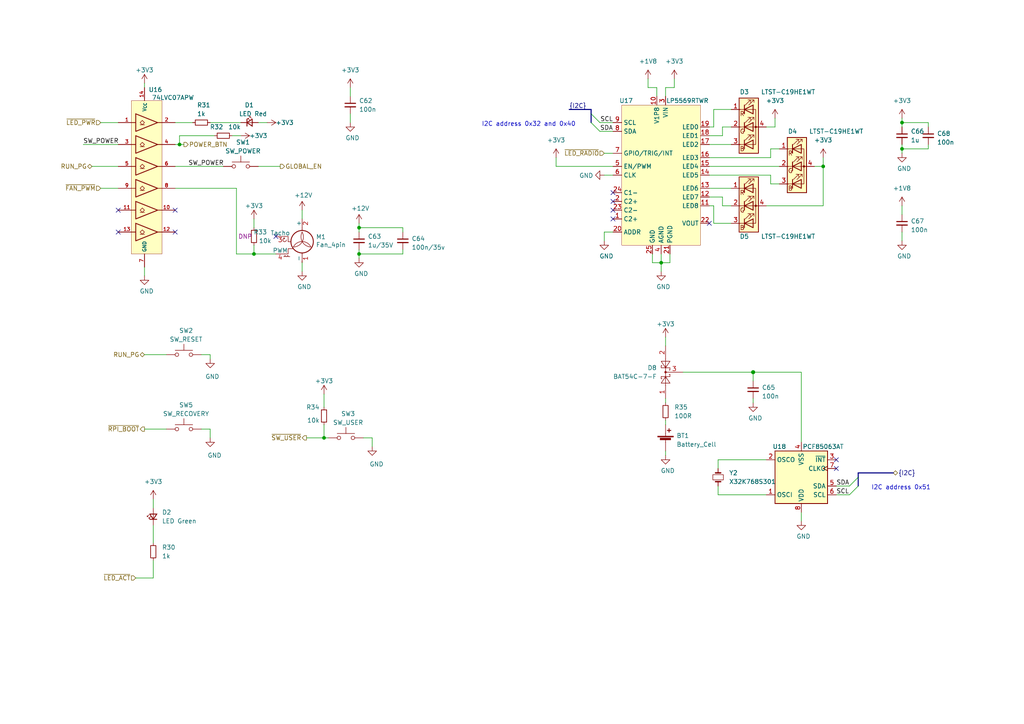
<source format=kicad_sch>
(kicad_sch (version 20210126) (generator eeschema)
  (paper "A4")
  (title_block (title "Front Panel/RTC") (date "2021-01-12") (rev "0.1") (company "Nabu Casa") (comment 1 "www.nabucasa.com") (comment 2 "Light Blue"))
  (lib_symbols
    (symbol "Device:Battery_Cell" (pin_numbers hide) (pin_names (offset 0) hide)
      (property "Reference" "BT" (at 2.54 2.54 0))
      (property "Value" "Battery_Cell" (at 2.54 0 0))
      (symbol "Battery_Cell_0_1"
        (rectangle (start -2.286 1.778) (end 2.286 1.524) (fill (type outline)))
        (rectangle (start -1.5748 1.1938) (end 1.4732 0.6858) (fill (type outline)))
        (polyline (pts (xy 0 0.762) (xy 0 0)))
        (polyline (pts (xy 0 1.778) (xy 0 2.54)))
        (polyline (pts (xy 0.508 3.429) (xy 1.524 3.429)) (stroke (width 0.254)))
        (polyline (pts (xy 1.016 3.937) (xy 1.016 2.921)) (stroke (width 0.254)))
      )
      (symbol "Battery_Cell_1_1"
        (pin passive line (at 0 5.08 270) (length 2.54) (name "+") (number "1"))
        (pin passive line (at 0 -2.54 90) (length 2.54) (name "-") (number "2"))
      )
    )
    (symbol "Device:C_Small" (pin_numbers hide) (pin_names (offset 0.254) hide)
      (property "Reference" "C" (at 0.254 1.778 0))
      (property "Value" "C_Small" (at 0.254 -2.032 0))
      (symbol "C_Small_0_1"
        (polyline (pts (xy -1.524 -0.508) (xy 1.524 -0.508)) (stroke (width 0.3302)))
        (polyline (pts (xy -1.524 0.508) (xy 1.524 0.508)) (stroke (width 0.3048)))
      )
      (symbol "C_Small_1_1"
        (pin passive line (at 0 2.54 270) (length 2.032) (name "~") (number "1"))
        (pin passive line (at 0 -2.54 90) (length 2.032) (name "~") (number "2"))
      )
    )
    (symbol "Device:Crystal_Small" (pin_numbers hide) (pin_names (offset 1.016) hide)
      (property "Reference" "Y" (at 0 2.54 0))
      (property "Value" "Crystal_Small" (at 0 -2.54 0))
      (symbol "Crystal_Small_0_1"
        (rectangle (start -0.762 -1.524) (end 0.762 1.524))
        (polyline (pts (xy -1.27 -0.762) (xy -1.27 0.762)) (stroke (width 0.381)))
        (polyline (pts (xy 1.27 -0.762) (xy 1.27 0.762)) (stroke (width 0.381)))
      )
      (symbol "Crystal_Small_1_1"
        (pin passive line (at -2.54 0 0) (length 1.27) (name "1") (number "1"))
        (pin passive line (at 2.54 0 180) (length 1.27) (name "2") (number "2"))
      )
    )
    (symbol "Device:LED_RGBA" (pin_names (offset 0) hide)
      (property "Reference" "D" (at 0 9.398 0))
      (property "Value" "LED_RGBA" (at 0 -8.89 0))
      (symbol "LED_RGBA_0_0"
        (text "B" (at -1.905 -6.35 0) (effects (font (size 1.27 1.27))))
        (text "G" (at -1.905 -1.27 0) (effects (font (size 1.27 1.27))))
        (text "R" (at -1.905 3.81 0) (effects (font (size 1.27 1.27))))
      )
      (symbol "LED_RGBA_0_1"
        (circle (center 2.032 0) (radius 0.254) (fill (type outline)))
        (rectangle (start 1.27 -1.27) (end 1.27 1.27))
        (rectangle (start 1.27 1.27) (end 1.27 1.27))
        (rectangle (start 1.27 3.81) (end 1.27 6.35))
        (rectangle (start 1.27 6.35) (end 1.27 6.35))
        (rectangle (start 2.794 8.382) (end -2.794 -7.62) (stroke (width 0.254)) (fill (type background)))
        (polyline (pts (xy -1.27 -5.08) (xy -2.54 -5.08)))
        (polyline (pts (xy -1.27 -5.08) (xy 1.27 -5.08)))
        (polyline (pts (xy -1.27 -3.81) (xy -1.27 -6.35)) (stroke (width 0.254)))
        (polyline (pts (xy -1.27 0) (xy -2.54 0)))
        (polyline (pts (xy -1.27 1.27) (xy -1.27 -1.27)) (stroke (width 0.254)))
        (polyline (pts (xy -1.27 5.08) (xy -2.54 5.08)))
        (polyline (pts (xy -1.27 5.08) (xy 1.27 5.08)))
        (polyline (pts (xy -1.27 6.35) (xy -1.27 3.81)) (stroke (width 0.254)))
        (polyline (pts (xy 1.27 0) (xy -1.27 0)))
        (polyline (pts (xy 1.27 0) (xy 2.54 0)))
        (polyline (pts (xy -1.27 1.27) (xy -1.27 -1.27) (xy -1.27 -1.27)))
        (polyline (pts (xy -1.27 6.35) (xy -1.27 3.81) (xy -1.27 3.81)))
        (polyline (pts (xy 1.27 -5.08) (xy 2.032 -5.08) (xy 2.032 5.08) (xy 1.27 5.08)))
        (polyline (pts (xy 1.27 -3.81) (xy 1.27 -6.35) (xy -1.27 -5.08) (xy 1.27 -3.81)) (stroke (width 0.254)))
        (polyline (pts (xy 1.27 1.27) (xy 1.27 -1.27) (xy -1.27 0) (xy 1.27 1.27)) (stroke (width 0.254)))
        (polyline (pts (xy 1.27 6.35) (xy 1.27 3.81) (xy -1.27 5.08) (xy 1.27 6.35)) (stroke (width 0.254)))
        (polyline (pts (xy -1.016 -3.81) (xy 0.508 -2.286) (xy -0.254 -2.286) (xy 0.508 -2.286) (xy 0.508 -3.048)))
        (polyline (pts (xy -1.016 1.27) (xy 0.508 2.794) (xy -0.254 2.794) (xy 0.508 2.794) (xy 0.508 2.032)))
        (polyline (pts (xy -1.016 6.35) (xy 0.508 7.874) (xy -0.254 7.874) (xy 0.508 7.874) (xy 0.508 7.112)))
        (polyline (pts (xy 0 -3.81) (xy 1.524 -2.286) (xy 0.762 -2.286) (xy 1.524 -2.286) (xy 1.524 -3.048)))
        (polyline (pts (xy 0 1.27) (xy 1.524 2.794) (xy 0.762 2.794) (xy 1.524 2.794) (xy 1.524 2.032)))
        (polyline (pts (xy 0 6.35) (xy 1.524 7.874) (xy 0.762 7.874) (xy 1.524 7.874) (xy 1.524 7.112)))
      )
      (symbol "LED_RGBA_1_1"
        (pin passive line (at -5.08 5.08 0) (length 2.54) (name "RK") (number "1"))
        (pin passive line (at -5.08 0 0) (length 2.54) (name "GK") (number "2"))
        (pin passive line (at -5.08 -5.08 0) (length 2.54) (name "BK") (number "3"))
        (pin passive line (at 5.08 0 180) (length 2.54) (name "A") (number "4"))
      )
    )
    (symbol "Device:LED_Small" (pin_numbers hide) (pin_names (offset 0.254) hide)
      (property "Reference" "D" (at -1.27 3.175 0))
      (property "Value" "LED_Small" (at -4.445 -2.54 0))
      (symbol "LED_Small_0_1"
        (polyline (pts (xy -0.762 -1.016) (xy -0.762 1.016)) (stroke (width 0.254)))
        (polyline (pts (xy 1.016 0) (xy -0.762 0)))
        (polyline (pts (xy 0.762 -1.016) (xy -0.762 0) (xy 0.762 1.016) (xy 0.762 -1.016)) (stroke (width 0.254)))
        (polyline (pts (xy 0 0.762) (xy -0.508 1.27) (xy -0.254 1.27) (xy -0.508 1.27) (xy -0.508 1.016)))
        (polyline (pts (xy 0.508 1.27) (xy 0 1.778) (xy 0.254 1.778) (xy 0 1.778) (xy 0 1.524)))
      )
      (symbol "LED_Small_1_1"
        (pin passive line (at -2.54 0 0) (length 1.778) (name "K") (number "1"))
        (pin passive line (at 2.54 0 180) (length 1.778) (name "A") (number "2"))
      )
    )
    (symbol "Device:R_Small" (pin_numbers hide) (pin_names (offset 0.254) hide)
      (property "Reference" "R" (at 0.762 0.508 0))
      (property "Value" "R_Small" (at 0.762 -1.016 0))
      (symbol "R_Small_0_1"
        (rectangle (start -0.762 1.778) (end 0.762 -1.778) (stroke (width 0.2032)))
      )
      (symbol "R_Small_1_1"
        (pin passive line (at 0 2.54 270) (length 0.762) (name "~") (number "1"))
        (pin passive line (at 0 -2.54 90) (length 0.762) (name "~") (number "2"))
      )
    )
    (symbol "Diode:BAT54C" (pin_names (offset 1.016))
      (property "Reference" "D" (at 0.635 -3.81 0))
      (property "Value" "BAT54C" (at -6.35 3.175 0))
      (symbol "BAT54C_0_1"
        (circle (center 0 0) (radius 0.254) (fill (type outline)))
        (polyline (pts (xy -1.905 0) (xy 1.905 0)))
        (polyline (pts (xy -1.905 1.27) (xy -1.905 1.016)))
        (polyline (pts (xy -1.27 -1.27) (xy -0.635 -1.27)))
        (polyline (pts (xy -1.27 0) (xy -3.81 0)))
        (polyline (pts (xy -1.27 1.27) (xy -1.905 1.27)))
        (polyline (pts (xy -1.27 1.27) (xy -1.27 -1.27)))
        (polyline (pts (xy -0.635 -1.27) (xy -0.635 -1.016)))
        (polyline (pts (xy 0.635 -1.27) (xy 0.635 -1.016)))
        (polyline (pts (xy 1.27 -1.27) (xy 0.635 -1.27)))
        (polyline (pts (xy 1.27 1.27) (xy 1.27 -1.27)))
        (polyline (pts (xy 1.27 1.27) (xy 1.905 1.27)))
        (polyline (pts (xy 1.905 1.27) (xy 1.905 1.016)))
        (polyline (pts (xy 3.81 0) (xy 1.27 0)))
        (polyline (pts (xy -3.175 -1.27) (xy -3.175 1.27) (xy -1.27 0) (xy -3.175 -1.27)))
        (polyline (pts (xy 3.175 -1.27) (xy 3.175 1.27) (xy 1.27 0) (xy 3.175 -1.27)))
      )
      (symbol "BAT54C_1_1"
        (pin passive line (at -7.62 0 0) (length 3.81) (name "~") (number "1"))
        (pin passive line (at 7.62 0 180) (length 3.81) (name "~") (number "2"))
        (pin passive line (at 0 -5.08 90) (length 5.08) (name "~") (number "3"))
      )
    )
    (symbol "LightBlue:74LVC07A"
      (property "Reference" "U" (at 3.81 -24.13 0))
      (property "Value" "74LVC07A" (at -7.62 -24.13 0))
      (symbol "74LVC07A_0_1"
        (rectangle (start -3.81 21.59) (end 5.08 -22.86) (stroke (width 0.001)) (fill (type background)))
        (polyline (pts (xy -1.27 14.605) (xy 0 14.605)))
        (polyline (pts (xy -2.54 17.78) (xy -2.54 12.7) (xy 3.81 15.24) (xy -2.54 17.78)) (stroke (width 0.254)))
        (polyline (pts (xy -0.635 15.875) (xy -1.27 15.24) (xy -0.635 14.605) (xy 0 15.24) (xy -0.635 15.875)))
        (polyline (pts (xy -1.27 8.255) (xy 0 8.255)))
        (polyline (pts (xy -0.635 9.525) (xy -1.27 8.89) (xy -0.635 8.255) (xy 0 8.89) (xy -0.635 9.525)))
        (polyline (pts (xy -2.54 11.43) (xy -2.54 6.35) (xy 3.81 8.89) (xy -2.54 11.43)) (stroke (width 0.254)))
        (polyline (pts (xy -2.54 5.08) (xy -2.54 0) (xy 3.81 2.54) (xy -2.54 5.08)) (stroke (width 0.254)))
        (polyline (pts (xy -1.27 1.905) (xy 0 1.905)))
        (polyline (pts (xy -0.635 3.175) (xy -1.27 2.54) (xy -0.635 1.905) (xy 0 2.54) (xy -0.635 3.175)))
        (polyline (pts (xy -1.27 -4.445) (xy 0 -4.445)))
        (polyline (pts (xy -2.54 -1.27) (xy -2.54 -6.35) (xy 3.81 -3.81) (xy -2.54 -1.27)) (stroke (width 0.254)))
        (polyline (pts (xy -0.635 -3.175) (xy -1.27 -3.81) (xy -0.635 -4.445) (xy 0 -3.81) (xy -0.635 -3.175)))
        (polyline (pts (xy -1.27 -10.795) (xy 0 -10.795)))
        (polyline (pts (xy -0.635 -9.525) (xy -1.27 -10.16) (xy -0.635 -10.795) (xy 0 -10.16) (xy -0.635 -9.525)))
        (polyline (pts (xy -2.54 -7.62) (xy -2.54 -12.7) (xy 3.81 -10.16) (xy -2.54 -7.62)) (stroke (width 0.254)))
        (polyline (pts (xy -1.27 -17.145) (xy 0 -17.145)))
        (polyline (pts (xy -2.54 -13.97) (xy -2.54 -19.05) (xy 3.81 -16.51) (xy -2.54 -13.97)) (stroke (width 0.254)))
        (polyline (pts (xy -0.635 -15.875) (xy -1.27 -16.51) (xy -0.635 -17.145) (xy 0 -16.51) (xy -0.635 -15.875)))
      )
      (symbol "74LVC07A_1_1"
        (pin input line (at -7.62 15.24 0) (length 5) (name "~") (number "1"))
        (pin open_collector line (at 8.89 15.24 180) (length 5) (name "~") (number "2"))
        (pin input line (at -7.62 8.89 0) (length 5) (name "~") (number "3"))
        (pin open_collector line (at 8.89 8.89 180) (length 5) (name "~") (number "4"))
        (pin open_collector line (at 8.89 2.54 180) (length 5) (name "~") (number "6"))
        (pin input line (at -7.62 2.54 0) (length 5) (name "~") (number "5"))
        (pin input line (at -7.62 -3.81 0) (length 5) (name "~") (number "9"))
        (pin open_collector line (at 8.89 -3.81 180) (length 5) (name "~") (number "8"))
        (pin input line (at -7.62 -10.16 0) (length 5) (name "~") (number "11"))
        (pin open_collector line (at 8.89 -10.16 180) (length 5) (name "~") (number "10"))
        (pin open_collector line (at 8.89 -16.51 180) (length 5) (name "~") (number "12"))
        (pin input line (at -7.62 -16.51 0) (length 5) (name "~") (number "13"))
        (pin power_in line (at 0 25.4 270) (length 3.81) (name "V_{CC}") (number "14"))
        (pin power_in line (at 0 -26.67 90) (length 3.81) (name "GND") (number "7"))
      )
    )
    (symbol "LightBlue:LP5569"
      (property "Reference" "U" (at -10.16 21.59 0))
      (property "Value" "LP5569" (at 7.62 21.59 0))
      (symbol "LP5569_0_1"
        (rectangle (start -11.43 20.32) (end 11.43 -20.32) (stroke (width 0.0006)) (fill (type background)))
      )
      (symbol "LP5569_1_1"
        (pin input line (at -2.54 -22.86 90) (length 2.54) (name "GND") (number "25"))
        (pin bidirectional line (at -13.97 12.7 0) (length 2.54) (name "SDA") (number "8"))
        (pin input line (at -13.97 15.24 0) (length 2.54) (name "SCL") (number "9"))
        (pin input line (at -13.97 -12.7 0) (length 2.54) (name "C2+") (number "1"))
        (pin input line (at -13.97 -16.51 0) (length 2.54) (name "ADDR") (number "20"))
        (pin output line (at 13.97 11.43 180) (length 2.54) (name "LED1") (number "18"))
        (pin output line (at 13.97 8.89 180) (length 2.54) (name "LED2") (number "17"))
        (pin output line (at 13.97 5.08 180) (length 2.54) (name "LED3") (number "16"))
        (pin input line (at 1.27 22.86 270) (length 2.54) (name "VIN") (number "3"))
        (pin input line (at -13.97 0 0) (length 2.54) (name "CLK") (number "6"))
        (pin output line (at 13.97 2.54 180) (length 2.54) (name "LED4") (number "15"))
        (pin output line (at 13.97 -3.81 180) (length 2.54) (name "LED6") (number "13"))
        (pin output line (at 13.97 0 180) (length 2.54) (name "LED5") (number "14"))
        (pin output line (at 13.97 -6.35 180) (length 2.54) (name "LED7") (number "12"))
        (pin output line (at 13.97 -8.89 180) (length 2.54) (name "LED8") (number "11"))
        (pin output line (at 13.97 13.97 180) (length 2.54) (name "LED0") (number "19"))
        (pin input line (at 0 -22.86 90) (length 2.54) (name "AGND") (number "4"))
        (pin input line (at 2.54 -22.86 90) (length 2.54) (name "PGND") (number "21"))
        (pin input line (at -13.97 -10.16 0) (length 2.54) (name "C2-") (number "23"))
        (pin input line (at -13.97 -7.62 0) (length 2.54) (name "C2+") (number "2"))
        (pin input line (at -13.97 -5.08 0) (length 2.54) (name "C1-") (number "24"))
        (pin input line (at -13.97 2.54 0) (length 2.54) (name "EN/PWM") (number "5"))
        (pin input line (at -13.97 6.35 0) (length 2.54) (name "GPIO/TRIG/INT") (number "7"))
        (pin input line (at -1.27 22.86 270) (length 2.54) (name "V1P8") (number "10"))
        (pin output line (at 13.97 -13.97 180) (length 2.54) (name "VOUT") (number "22"))
      )
    )
    (symbol "Motor:Fan_4pin" (pin_names (offset 0))
      (property "Reference" "M" (at 2.54 5.08 0))
      (property "Value" "Fan_4pin" (at 2.54 -2.54 0))
      (symbol "Fan_4pin_0_0"
        (arc (start -5.588 1.524) (end -5.08 2.032) (radius (at -5.08 1.524) (length 0.508) (angles 180 90)))
        (arc (start -5.588 1.524) (end -4.572 1.524) (radius (at -5.08 1.524) (length 0.508) (angles -179.9 -0.1)))
        (polyline (pts (xy -5.08 2.032) (xy -5.334 2.159)))
        (polyline (pts (xy -5.08 2.032) (xy -5.207 1.778)))
        (polyline (pts (xy -4.064 2.54) (xy -4.064 1.016) (xy -3.302 1.016)))
      )
      (symbol "Fan_4pin_0_1"
        (arc (start 0 3.81) (end -2.54 -0.508) (radius (at -2.4892 2.3876) (length 2.8702) (angles 29.7 -91)))
        (arc (start -2.54 -0.508) (end 2.54 -0.508) (radius (at 0 -1.778) (length 2.8448) (angles 153.4 26.6)))
        (arc (start 2.54 -0.508) (end 0 3.81) (radius (at 2.6162 2.413) (length 2.921) (angles -91.5 151.9)))
        (circle (center 0 1.016) (radius 3.2512) (stroke (width 0.254)))
        (polyline (pts (xy -4.064 2.54) (xy -5.08 2.54)))
        (polyline (pts (xy 0 -5.08) (xy 0 -4.572)))
        (polyline (pts (xy 0 -2.2352) (xy 0 -2.6416)))
        (polyline (pts (xy 0 4.2672) (xy 0 4.6228)))
        (polyline (pts (xy 0 4.572) (xy 0 5.08)))
        (polyline (pts (xy -2.54 -1.016) (xy -4.064 -1.016) (xy -4.064 -2.54) (xy -5.08 -2.54)))
        (polyline (pts (xy -5.334 -3.302) (xy -5.08 -3.302) (xy -5.08 -3.048) (xy -4.826 -3.048) (xy -4.826 -3.302) (xy -4.318 -3.302) (xy -4.318 -3.048) (xy -4.064 -3.048) (xy -4.064 -3.302) (xy -3.556 -3.302)))
      )
      (symbol "Fan_4pin_1_1"
        (pin passive line (at 0 -5.08 90) (length 2.54) (name "-") (number "1"))
        (pin passive line (at 0 7.62 270) (length 2.54) (name "+") (number "2"))
        (pin passive line (at -7.62 2.54 0) (length 2.54) (name "Tacho") (number "3"))
        (pin input line (at -7.62 -2.54 0) (length 2.54) (name "PWM") (number "4"))
      )
    )
    (symbol "Switch:SW_Push" (pin_numbers hide) (pin_names (offset 1.016) hide)
      (property "Reference" "SW" (at 1.27 2.54 0))
      (property "Value" "SW_Push" (at 0 -1.524 0))
      (symbol "SW_Push_0_1"
        (circle (center -2.032 0) (radius 0.508))
        (circle (center 2.032 0) (radius 0.508))
        (polyline (pts (xy 0 1.27) (xy 0 3.048)))
        (polyline (pts (xy 2.54 1.27) (xy -2.54 1.27)))
        (pin passive line (at -5.08 0 0) (length 2.54) (name "1") (number "1"))
        (pin passive line (at 5.08 0 180) (length 2.54) (name "2") (number "2"))
      )
    )
    (symbol "Timer_RTC:PCF8563T"
      (property "Reference" "U" (at -7.62 8.89 0))
      (property "Value" "PCF8563T" (at 2.54 8.89 0))
      (symbol "PCF8563T_0_1"
        (rectangle (start -7.62 7.62) (end 7.62 -7.62) (stroke (width 0.254)) (fill (type background)))
      )
      (symbol "PCF8563T_1_1"
        (pin input line (at -10.16 5.08 0) (length 2.54) (name "OSCI") (number "1"))
        (pin output line (at -10.16 -5.08 0) (length 2.54) (name "OSCO") (number "2"))
        (pin output line (at 10.16 -5.08 180) (length 2.54) (name "~INT~") (number "3"))
        (pin power_in line (at 0 -10.16 90) (length 2.54) (name "VSS") (number "4"))
        (pin bidirectional line (at 10.16 2.54 180) (length 2.54) (name "SDA") (number "5"))
        (pin input line (at 10.16 5.08 180) (length 2.54) (name "SCL") (number "6"))
        (pin output clock (at 10.16 -2.54 180) (length 2.54) (name "CLKO") (number "7"))
        (pin power_in line (at 0 10.16 270) (length 2.54) (name "VDD") (number "8"))
      )
    )
    (symbol "power:+12V" (power) (pin_names (offset 0))
      (property "Value" "+12V" (at 0 3.556 0))
      (symbol "+12V_0_1"
        (polyline (pts (xy -0.762 1.27) (xy 0 2.54)))
        (polyline (pts (xy 0 0) (xy 0 2.54)))
        (polyline (pts (xy 0 2.54) (xy 0.762 1.27)))
      )
      (symbol "+12V_1_1"
        (pin power_in line (at 0 0 90) (length 0) hide (name "+12V") (number "1"))
      )
    )
    (symbol "power:+1V8" (power) (pin_names (offset 0))
      (property "Value" "+1V8" (at 0 3.556 0))
      (symbol "+1V8_0_1"
        (polyline (pts (xy -0.762 1.27) (xy 0 2.54)))
        (polyline (pts (xy 0 0) (xy 0 2.54)))
        (polyline (pts (xy 0 2.54) (xy 0.762 1.27)))
      )
      (symbol "+1V8_1_1"
        (pin power_in line (at 0 0 90) (length 0) hide (name "+1V8") (number "1"))
      )
    )
    (symbol "power:+3V3" (power) (pin_names (offset 0))
      (property "Value" "+3V3" (at 0 3.556 0))
      (symbol "+3V3_0_1"
        (polyline (pts (xy -0.762 1.27) (xy 0 2.54)))
        (polyline (pts (xy 0 0) (xy 0 2.54)))
        (polyline (pts (xy 0 2.54) (xy 0.762 1.27)))
      )
      (symbol "+3V3_1_1"
        (pin power_in line (at 0 0 90) (length 0) hide (name "+3V3") (number "1"))
      )
    )
    (symbol "power:GND" (power) (pin_names (offset 0))
      (property "Value" "GND" (at 0 -3.81 0))
      (symbol "GND_0_1"
        (polyline (pts (xy 0 0) (xy 0 -1.27) (xy 1.27 -1.27) (xy 0 -2.54) (xy -1.27 -1.27) (xy 0 -1.27)))
      )
      (symbol "GND_1_1"
        (pin power_in line (at 0 0 270) (length 0) hide (name "GND") (number "1"))
      )
    )
  )
  (junction (at 52.07 41.91) (diameter 0.9144))
  (junction (at 73.66 73.66) (diameter 0.9144))
  (junction (at 93.98 127) (diameter 0.9144))
  (junction (at 104.14 66.04) (diameter 0.9144))
  (junction (at 104.14 73.66) (diameter 0.9144))
  (junction (at 191.77 76.2) (diameter 0.9144))
  (junction (at 218.44 107.95) (diameter 1.016))
  (junction (at 238.76 48.26) (diameter 0.9144))
  (junction (at 261.62 35.56) (diameter 0.9144))
  (junction (at 261.62 43.18) (diameter 0.9144))
  (no_connect (at 34.29 60.96))
  (no_connect (at 34.29 67.31))
  (no_connect (at 50.8 60.96))
  (no_connect (at 50.8 67.31))
  (no_connect (at 80.01 68.58))
  (no_connect (at 177.8 55.88))
  (no_connect (at 177.8 58.42))
  (no_connect (at 177.8 60.96))
  (no_connect (at 177.8 63.5))
  (no_connect (at 205.74 64.77))
  (no_connect (at 242.57 133.35))
  (no_connect (at 242.57 135.89))
  (bus_entry (at 171.45 33.02) (size 2.54 2.54) (stroke (width 0.1524)))
  (bus_entry (at 171.45 35.56) (size 2.54 2.54) (stroke (width 0.1524)))
  (bus_entry (at 248.92 138.43) (size -2.54 2.54) (stroke (width 0.1524)))
  (bus_entry (at 248.92 140.97) (size -2.54 2.54) (stroke (width 0.1524)))
  (wire (pts (xy 24.13 41.91) (xy 34.29 41.91)))
  (wire (pts (xy 26.67 48.26) (xy 34.29 48.26)))
  (wire (pts (xy 29.21 35.56) (xy 34.29 35.56)))
  (wire (pts (xy 29.21 54.61) (xy 34.29 54.61)))
  (wire (pts (xy 39.37 167.64) (xy 44.45 167.64)))
  (wire (pts (xy 41.91 24.13) (xy 41.91 25.4)))
  (wire (pts (xy 41.91 77.47) (xy 41.91 80.01)))
  (wire (pts (xy 41.91 102.87) (xy 48.26 102.87)))
  (wire (pts (xy 41.91 124.46) (xy 48.26 124.46)))
  (wire (pts (xy 44.45 144.78) (xy 44.45 147.32)))
  (wire (pts (xy 44.45 152.4) (xy 44.45 157.48)))
  (wire (pts (xy 44.45 162.56) (xy 44.45 167.64)))
  (wire (pts (xy 50.8 41.91) (xy 52.07 41.91)))
  (wire (pts (xy 50.8 48.26) (xy 64.77 48.26)))
  (wire (pts (xy 50.8 54.61) (xy 68.58 54.61)))
  (wire (pts (xy 52.07 39.37) (xy 52.07 41.91)))
  (wire (pts (xy 52.07 41.91) (xy 53.34 41.91)))
  (wire (pts (xy 55.88 35.56) (xy 50.8 35.56)))
  (wire (pts (xy 58.42 124.46) (xy 60.96 124.46)))
  (wire (pts (xy 60.96 102.87) (xy 58.42 102.87)))
  (wire (pts (xy 60.96 104.14) (xy 60.96 102.87)))
  (wire (pts (xy 60.96 124.46) (xy 60.96 127)))
  (wire (pts (xy 62.23 39.37) (xy 52.07 39.37)))
  (wire (pts (xy 67.31 39.37) (xy 69.85 39.37)))
  (wire (pts (xy 68.58 54.61) (xy 68.58 73.66)))
  (wire (pts (xy 68.58 73.66) (xy 73.66 73.66)))
  (wire (pts (xy 69.85 35.56) (xy 60.96 35.56)))
  (wire (pts (xy 73.66 66.04) (xy 73.66 63.5)))
  (wire (pts (xy 73.66 71.12) (xy 73.66 73.66)))
  (wire (pts (xy 73.66 73.66) (xy 80.01 73.66)))
  (wire (pts (xy 74.93 48.26) (xy 81.28 48.26)))
  (wire (pts (xy 77.47 35.56) (xy 74.93 35.56)))
  (wire (pts (xy 87.63 60.96) (xy 87.63 63.5)))
  (wire (pts (xy 87.63 76.2) (xy 87.63 78.74)))
  (wire (pts (xy 88.9 127) (xy 93.98 127)))
  (wire (pts (xy 93.98 118.11) (xy 93.98 114.3)))
  (wire (pts (xy 93.98 123.19) (xy 93.98 127)))
  (wire (pts (xy 93.98 127) (xy 95.25 127)))
  (wire (pts (xy 101.6 25.4) (xy 101.6 27.94)))
  (wire (pts (xy 101.6 33.02) (xy 101.6 35.56)))
  (wire (pts (xy 104.14 64.77) (xy 104.14 66.04)))
  (wire (pts (xy 104.14 66.04) (xy 104.14 67.31)))
  (wire (pts (xy 104.14 66.04) (xy 116.84 66.04)))
  (wire (pts (xy 104.14 72.39) (xy 104.14 73.66)))
  (wire (pts (xy 104.14 73.66) (xy 104.14 74.93)))
  (wire (pts (xy 104.14 73.66) (xy 116.84 73.66)))
  (wire (pts (xy 105.41 127) (xy 107.95 127)))
  (wire (pts (xy 107.95 127) (xy 107.95 129.54)))
  (wire (pts (xy 116.84 67.31) (xy 116.84 66.04)))
  (wire (pts (xy 116.84 72.39) (xy 116.84 73.66)))
  (wire (pts (xy 161.29 45.72) (xy 161.29 48.26)))
  (wire (pts (xy 161.29 48.26) (xy 177.8 48.26)))
  (wire (pts (xy 175.26 44.45) (xy 177.8 44.45)))
  (wire (pts (xy 175.26 50.8) (xy 177.8 50.8)))
  (wire (pts (xy 175.26 67.31) (xy 177.8 67.31)))
  (wire (pts (xy 175.26 69.85) (xy 175.26 67.31)))
  (wire (pts (xy 177.8 35.56) (xy 173.99 35.56)))
  (wire (pts (xy 177.8 38.1) (xy 173.99 38.1)))
  (wire (pts (xy 187.96 22.86) (xy 187.96 25.4)))
  (wire (pts (xy 187.96 25.4) (xy 190.5 25.4)))
  (wire (pts (xy 189.23 73.66) (xy 189.23 76.2)))
  (wire (pts (xy 189.23 76.2) (xy 191.77 76.2)))
  (wire (pts (xy 190.5 25.4) (xy 190.5 27.94)))
  (wire (pts (xy 191.77 73.66) (xy 191.77 76.2)))
  (wire (pts (xy 191.77 76.2) (xy 191.77 78.74)))
  (wire (pts (xy 191.77 76.2) (xy 194.31 76.2)))
  (wire (pts (xy 193.04 25.4) (xy 193.04 27.94)))
  (wire (pts (xy 193.04 97.79) (xy 193.04 100.33)))
  (wire (pts (xy 193.04 115.57) (xy 193.04 116.84)))
  (wire (pts (xy 193.04 121.92) (xy 193.04 123.19)))
  (wire (pts (xy 193.04 130.81) (xy 193.04 132.08)))
  (wire (pts (xy 194.31 76.2) (xy 194.31 73.66)))
  (wire (pts (xy 195.58 22.86) (xy 195.58 25.4)))
  (wire (pts (xy 195.58 25.4) (xy 193.04 25.4)))
  (wire (pts (xy 198.12 107.95) (xy 218.44 107.95)))
  (wire (pts (xy 205.74 36.83) (xy 207.01 36.83)))
  (wire (pts (xy 205.74 39.37) (xy 209.55 39.37)))
  (wire (pts (xy 205.74 41.91) (xy 212.09 41.91)))
  (wire (pts (xy 205.74 45.72) (xy 223.52 45.72)))
  (wire (pts (xy 205.74 48.26) (xy 226.06 48.26)))
  (wire (pts (xy 205.74 50.8) (xy 223.52 50.8)))
  (wire (pts (xy 205.74 54.61) (xy 212.09 54.61)))
  (wire (pts (xy 205.74 57.15) (xy 209.55 57.15)))
  (wire (pts (xy 205.74 59.69) (xy 207.01 59.69)))
  (wire (pts (xy 207.01 31.75) (xy 212.09 31.75)))
  (wire (pts (xy 207.01 36.83) (xy 207.01 31.75)))
  (wire (pts (xy 207.01 59.69) (xy 207.01 64.77)))
  (wire (pts (xy 207.01 64.77) (xy 212.09 64.77)))
  (wire (pts (xy 208.28 133.35) (xy 208.28 135.89)))
  (wire (pts (xy 208.28 140.97) (xy 208.28 143.51)))
  (wire (pts (xy 208.28 143.51) (xy 222.25 143.51)))
  (wire (pts (xy 209.55 36.83) (xy 212.09 36.83)))
  (wire (pts (xy 209.55 39.37) (xy 209.55 36.83)))
  (wire (pts (xy 209.55 57.15) (xy 209.55 59.69)))
  (wire (pts (xy 209.55 59.69) (xy 212.09 59.69)))
  (wire (pts (xy 218.44 107.95) (xy 218.44 110.49)))
  (wire (pts (xy 218.44 107.95) (xy 232.41 107.95)))
  (wire (pts (xy 218.44 115.57) (xy 218.44 116.84)))
  (wire (pts (xy 222.25 36.83) (xy 224.79 36.83)))
  (wire (pts (xy 222.25 59.69) (xy 238.76 59.69)))
  (wire (pts (xy 222.25 133.35) (xy 208.28 133.35)))
  (wire (pts (xy 223.52 43.18) (xy 226.06 43.18)))
  (wire (pts (xy 223.52 45.72) (xy 223.52 43.18)))
  (wire (pts (xy 223.52 50.8) (xy 223.52 53.34)))
  (wire (pts (xy 223.52 53.34) (xy 226.06 53.34)))
  (wire (pts (xy 224.79 34.29) (xy 224.79 36.83)))
  (wire (pts (xy 232.41 107.95) (xy 232.41 128.27)))
  (wire (pts (xy 232.41 148.59) (xy 232.41 151.13)))
  (wire (pts (xy 236.22 48.26) (xy 238.76 48.26)))
  (wire (pts (xy 238.76 48.26) (xy 238.76 45.72)))
  (wire (pts (xy 238.76 59.69) (xy 238.76 48.26)))
  (wire (pts (xy 242.57 140.97) (xy 246.38 140.97)))
  (wire (pts (xy 242.57 143.51) (xy 246.38 143.51)))
  (wire (pts (xy 261.62 34.29) (xy 261.62 35.56)))
  (wire (pts (xy 261.62 35.56) (xy 261.62 36.83)))
  (wire (pts (xy 261.62 41.91) (xy 261.62 43.18)))
  (wire (pts (xy 261.62 43.18) (xy 261.62 44.45)))
  (wire (pts (xy 261.62 43.18) (xy 269.24 43.18)))
  (wire (pts (xy 261.62 59.69) (xy 261.62 62.23)))
  (wire (pts (xy 261.62 67.31) (xy 261.62 69.85)))
  (wire (pts (xy 269.24 35.56) (xy 261.62 35.56)))
  (wire (pts (xy 269.24 36.83) (xy 269.24 35.56)))
  (wire (pts (xy 269.24 41.91) (xy 269.24 43.18)))
  (bus (pts (xy 165.1 31.75) (xy 171.45 31.75)))
  (bus (pts (xy 171.45 31.75) (xy 171.45 33.02)))
  (bus (pts (xy 171.45 33.02) (xy 171.45 35.56)))
  (bus (pts (xy 248.92 137.16) (xy 248.92 138.43)))
  (bus (pts (xy 248.92 137.16) (xy 259.08 137.16)))
  (bus (pts (xy 248.92 138.43) (xy 248.92 140.97)))
  (text "I2C address 0x32 and 0x40" (at 139.7 36.83 0) (effects (font (size 1.27 1.27)) (justify left bottom)))
  (text "I2C address 0x51" (at 252.73 142.24 0) (effects (font (size 1.27 1.27)) (justify left bottom)))
  (label "SW_POWER" (at 24.13 41.91 0))
  (label "SW_POWER" (at 54.61 48.26 0))
  (label "{I2C}" (at 165.1 31.75 0))
  (label "SCL" (at 177.8 35.56 180))
  (label "SDA" (at 177.8 38.1 180))
  (label "SDA" (at 242.57 140.97 0))
  (label "SCL" (at 242.57 143.51 0))
  (hierarchical_label "RUN_PG" (shape bidirectional) (at 26.67 48.26 180))
  (hierarchical_label "~LED_PWR" (shape input) (at 29.21 35.56 180))
  (hierarchical_label "~FAN_PWM" (shape input) (at 29.21 54.61 180))
  (hierarchical_label "~LED_ACT" (shape input) (at 39.37 167.64 180))
  (hierarchical_label "RUN_PG" (shape bidirectional) (at 41.91 102.87 180))
  (hierarchical_label "~RPI_BOOT" (shape output) (at 41.91 124.46 180))
  (hierarchical_label "POWER_BTN" (shape output) (at 53.34 41.91 0))
  (hierarchical_label "GLOBAL_EN" (shape output) (at 81.28 48.26 0))
  (hierarchical_label "~SW_USER" (shape output) (at 88.9 127 180))
  (hierarchical_label "~LED_RADIO" (shape input) (at 175.26 44.45 180))
  (hierarchical_label "{I2C}" (shape bidirectional) (at 259.08 137.16 0))
  (symbol (lib_id "power:+3V3") (at 41.91 24.13 0) (unit 1)
    (property "Reference" "#PWR0217" (effects hide))
    (property "Value" "+3V3" (at 41.91 20.32 0))
  )
  (symbol (lib_id "power:+3V3") (at 44.45 144.78 0) (unit 1)
    (property "Reference" "#PWR0212" (effects hide))
    (property "Value" "+3V3" (at 44.45 139.7 0))
  )
  (symbol (lib_id "power:+3V3") (at 69.85 39.37 270) (unit 1)
    (property "Reference" "#PWR0218" (effects hide))
    (property "Value" "+3V3" (at 74.93 39.37 90))
  )
  (symbol (lib_id "power:+3V3") (at 73.66 63.5 0) (unit 1)
    (property "Reference" "#PWR0220" (effects hide))
    (property "Value" "+3V3" (at 73.66 59.69 0))
  )
  (symbol (lib_id "power:+3V3") (at 77.47 35.56 270) (unit 1)
    (property "Reference" "#PWR0219" (effects hide))
    (property "Value" "+3V3" (at 82.55 35.56 90))
  )
  (symbol (lib_id "power:+12V") (at 87.63 60.96 0) (unit 1)
    (property "Reference" "#PWR0221" (effects hide))
    (property "Value" "+12V" (at 87.9983 56.6356 0))
  )
  (symbol (lib_id "power:+3V3") (at 93.98 114.3 0) (unit 1)
    (property "Reference" "#PWR0227" (effects hide))
    (property "Value" "+3V3" (at 93.98 110.49 0))
  )
  (symbol (lib_id "power:+3V3") (at 101.6 25.4 0) (unit 1)
    (property "Reference" "#PWR0223" (effects hide))
    (property "Value" "+3V3" (at 101.6 20.32 0))
  )
  (symbol (lib_id "power:+12V") (at 104.14 64.77 0) (unit 1)
    (property "Reference" "#PWR0224" (effects hide))
    (property "Value" "+12V" (at 104.5083 60.4456 0))
  )
  (symbol (lib_id "power:+3V3") (at 161.29 45.72 0) (unit 1)
    (property "Reference" "#PWR0226" (effects hide))
    (property "Value" "+3V3" (at 161.29 40.64 0))
  )
  (symbol (lib_id "power:+1V8") (at 187.96 22.86 0) (unit 1)
    (property "Reference" "#PWR0229" (effects hide))
    (property "Value" "+1V8" (at 187.96 17.78 0))
  )
  (symbol (lib_id "power:+3V3") (at 193.04 97.79 0) (unit 1)
    (property "Reference" "#PWR0236" (effects hide))
    (property "Value" "+3V3" (at 193.04 93.98 0))
  )
  (symbol (lib_id "power:+3V3") (at 195.58 22.86 0) (unit 1)
    (property "Reference" "#PWR0230" (effects hide))
    (property "Value" "+3V3" (at 195.58 17.78 0))
  )
  (symbol (lib_id "power:+3V3") (at 224.79 34.29 0) (unit 1)
    (property "Reference" "#PWR0210" (effects hide))
    (property "Value" "+3V3" (at 224.79 29.21 0))
  )
  (symbol (lib_id "power:+3V3") (at 238.76 45.72 0) (unit 1)
    (property "Reference" "#PWR0209" (effects hide))
    (property "Value" "+3V3" (at 238.76 40.64 0))
  )
  (symbol (lib_id "power:+3V3") (at 261.62 34.29 0) (unit 1)
    (property "Reference" "#PWR0211" (effects hide))
    (property "Value" "+3V3" (at 261.62 29.21 0))
  )
  (symbol (lib_id "power:+1V8") (at 261.62 59.69 0) (unit 1)
    (property "Reference" "#PWR0206" (effects hide))
    (property "Value" "+1V8" (at 261.62 54.61 0))
  )
  (symbol (lib_id "power:GND") (at 41.91 80.01 0) (unit 1)
    (property "Reference" "#PWR0213" (effects hide))
    (property "Value" "GND" (at 42.545 84.455 0))
  )
  (symbol (lib_id "power:GND") (at 60.96 104.14 0) (unit 1)
    (property "Reference" "#PWR0216" (effects hide))
    (property "Value" "GND" (at 61.595 109.22 0))
  )
  (symbol (lib_id "power:GND") (at 60.96 127 0) (unit 1)
    (property "Reference" "#PWR0215" (effects hide))
    (property "Value" "GND" (at 62.23 132.08 0))
  )
  (symbol (lib_id "power:GND") (at 87.63 78.74 0) (unit 1)
    (property "Reference" "#PWR0214" (effects hide))
    (property "Value" "GND" (at 88.265 83.185 0))
  )
  (symbol (lib_id "power:GND") (at 101.6 35.56 0) (unit 1)
    (property "Reference" "#PWR0222" (effects hide))
    (property "Value" "GND" (at 102.235 40.005 0))
  )
  (symbol (lib_id "power:GND") (at 104.14 74.93 0) (unit 1)
    (property "Reference" "#PWR0225" (effects hide))
    (property "Value" "GND" (at 104.775 79.375 0))
  )
  (symbol (lib_id "power:GND") (at 107.95 129.54 0) (unit 1)
    (property "Reference" "#PWR0228" (effects hide))
    (property "Value" "GND" (at 109.22 134.62 0))
  )
  (symbol (lib_id "power:GND") (at 175.26 50.8 270) (unit 1)
    (property "Reference" "#PWR0231" (effects hide))
    (property "Value" "GND" (at 172.085 50.9143 90) (effects (justify right)))
  )
  (symbol (lib_id "power:GND") (at 175.26 69.85 0) (unit 1)
    (property "Reference" "#PWR0232" (effects hide))
    (property "Value" "GND" (at 175.895 74.295 0))
  )
  (symbol (lib_id "power:GND") (at 191.77 78.74 0) (unit 1)
    (property "Reference" "#PWR0237" (effects hide))
    (property "Value" "GND" (at 192.405 83.185 0))
  )
  (symbol (lib_id "power:GND") (at 193.04 132.08 0) (unit 1)
    (property "Reference" "#PWR0235" (effects hide))
    (property "Value" "GND" (at 193.675 136.525 0))
  )
  (symbol (lib_id "power:GND") (at 218.44 116.84 0) (unit 1)
    (property "Reference" "#PWR0233" (effects hide))
    (property "Value" "GND" (at 219.075 121.285 0))
  )
  (symbol (lib_id "power:GND") (at 232.41 151.13 0) (unit 1)
    (property "Reference" "#PWR0234" (effects hide))
    (property "Value" "GND" (at 233.045 155.575 0))
  )
  (symbol (lib_id "power:GND") (at 261.62 44.45 0) (unit 1)
    (property "Reference" "#PWR0207" (effects hide))
    (property "Value" "GND" (at 262.255 48.895 0))
  )
  (symbol (lib_id "power:GND") (at 261.62 69.85 0) (unit 1)
    (property "Reference" "#PWR0208" (effects hide))
    (property "Value" "GND" (at 262.255 74.295 0))
  )
  (symbol (lib_id "Device:R_Small") (at 44.45 160.02 0) (unit 1)
    (property "Reference" "R30" (at 46.99 158.75 0) (effects (justify left)))
    (property "Value" "1k" (at 46.99 161.29 0) (effects (justify left)))
    (property "Footprint" "Resistor_SMD:R_0402_1005Metric" (effects hide))
  )
  (symbol (lib_id "Device:R_Small") (at 58.42 35.56 270) (unit 1)
    (property "Reference" "R31" (at 57.15 30.48 90) (effects (justify left)))
    (property "Value" "1k" (at 57.15 33.02 90) (effects (justify left)))
    (property "Footprint" "Resistor_SMD:R_0402_1005Metric" (effects hide))
  )
  (symbol (lib_id "Device:R_Small") (at 64.77 39.37 90) (unit 1)
    (property "Reference" "R32" (at 64.77 36.83 90) (effects (justify left)))
    (property "Value" "10k" (at 69.85 36.83 90) (effects (justify left)))
    (property "Footprint" "Resistor_SMD:R_0402_1005Metric" (effects hide))
  )
  (symbol (lib_id "Device:R_Small") (at 73.66 68.58 180) (unit 1)
    (property "Reference" "R33" (at 77.47 67.31 0) (effects (justify left)))
    (property "Value" "10k" (at 78.74 69.85 0) (effects (justify left)))
    (property "Footprint" "Resistor_SMD:R_0402_1005Metric" (effects hide))
    (property "Config" "DNP" (at 71.12 68.58 0))
  )
  (symbol (lib_id "Device:R_Small") (at 93.98 120.65 180) (unit 1)
    (property "Reference" "R34" (at 92.71 118.11 0) (effects (justify left)))
    (property "Value" "10k" (at 92.71 121.92 0) (effects (justify left)))
    (property "Footprint" "Resistor_SMD:R_0402_1005Metric" (effects hide))
  )
  (symbol (lib_id "Device:R_Small") (at 193.04 119.38 0) (unit 1)
    (property "Reference" "R35" (at 195.58 118.11 0) (effects (justify left)))
    (property "Value" "100R" (at 195.58 120.65 0) (effects (justify left)))
    (property "Footprint" "Resistor_SMD:R_0402_1005Metric" (effects hide))
  )
  (symbol (lib_id "Device:LED_Small") (at 44.45 149.86 90) (unit 1)
    (property "Reference" "D2" (at 46.99 148.59 90) (effects (justify right)))
    (property "Value" "LED Green" (at 46.99 151.13 90) (effects (justify right)))
    (property "Footprint" "LED_SMD:LED_0603_1608Metric" (effects hide))
    (property "Manufacturer" "Lite-On" (effects hide))
    (property "PartNumber" "LTST-C194TGKT" (effects hide))
  )
  (symbol (lib_id "Device:LED_Small") (at 72.39 35.56 0) (unit 1)
    (property "Reference" "D1" (at 73.66 30.48 0) (effects (justify right)))
    (property "Value" "LED Red" (at 77.47 33.02 0) (effects (justify right)))
    (property "Footprint" "LED_SMD:LED_0603_1608Metric" (effects hide))
    (property "Manufacturer" "Lite-On" (effects hide))
    (property "PartNumber" "LTST-C194KRKT" (effects hide))
  )
  (symbol (lib_id "Device:Crystal_Small") (at 208.28 138.43 90) (unit 1)
    (property "Reference" "Y2" (at 211.455 137.16 90) (effects (justify right)))
    (property "Value" "X32K768S301" (at 211.455 139.7 90) (effects (justify right)))
    (property "Footprint" "Crystal:Crystal_SMD_3215-2Pin_3.2x1.5mm" (effects hide))
    (property "Manufacturer" "Epson" (effects hide))
    (property "PartNumber" "FC-135 32.7680KA-A3" (effects hide))
  )
  (symbol (lib_id "Device:C_Small") (at 101.6 30.48 0) (unit 1)
    (property "Reference" "C62" (at 104.14 29.21 0) (effects (justify left)))
    (property "Value" "100n" (at 104.14 31.75 0) (effects (justify left)))
    (property "Footprint" "Capacitor_SMD:C_0402_1005Metric" (effects hide))
  )
  (symbol (lib_id "Device:C_Small") (at 104.14 69.85 0) (unit 1)
    (property "Reference" "C63" (at 106.68 68.58 0) (effects (justify left)))
    (property "Value" "1u/35V" (at 106.68 71.12 0) (effects (justify left)))
    (property "Footprint" "Capacitor_SMD:C_0402_1005Metric" (effects hide))
  )
  (symbol (lib_id "Device:C_Small") (at 116.84 69.85 0) (unit 1)
    (property "Reference" "C64" (at 119.38 69.215 0) (effects (justify left)))
    (property "Value" "100n/35v" (at 119.38 71.755 0) (effects (justify left)))
    (property "Footprint" "Capacitor_SMD:C_0402_1005Metric" (effects hide))
  )
  (symbol (lib_id "Device:C_Small") (at 218.44 113.03 0) (unit 1)
    (property "Reference" "C65" (at 220.98 112.395 0) (effects (justify left)))
    (property "Value" "100n" (at 220.98 114.935 0) (effects (justify left)))
    (property "Footprint" "Capacitor_SMD:C_0402_1005Metric" (effects hide))
  )
  (symbol (lib_id "Device:C_Small") (at 261.62 39.37 0) (unit 1)
    (property "Reference" "C66" (at 264.16 38.1 0) (effects (justify left)))
    (property "Value" "1u" (at 264.16 40.64 0) (effects (justify left)))
    (property "Footprint" "Capacitor_SMD:C_0402_1005Metric" (effects hide))
  )
  (symbol (lib_id "Device:C_Small") (at 261.62 64.77 0) (unit 1)
    (property "Reference" "C67" (at 264.16 64.135 0) (effects (justify left)))
    (property "Value" "100n" (at 264.16 66.675 0) (effects (justify left)))
    (property "Footprint" "Capacitor_SMD:C_0402_1005Metric" (effects hide))
  )
  (symbol (lib_id "Device:C_Small") (at 269.24 39.37 0) (unit 1)
    (property "Reference" "C68" (at 271.78 38.735 0) (effects (justify left)))
    (property "Value" "100n" (at 271.78 41.275 0) (effects (justify left)))
    (property "Footprint" "Capacitor_SMD:C_0402_1005Metric" (effects hide))
  )
  (symbol (lib_id "Device:Battery_Cell") (at 193.04 128.27 0) (unit 1)
    (property "Reference" "BT1" (at 196.215 126.365 0) (effects (justify left)))
    (property "Value" "Battery_Cell" (at 196.215 128.905 0) (effects (justify left)))
    (property "Footprint" "Battery:BatteryHolder_Keystone_1060_1x2032" (effects hide))
    (property "Manufacturer" "Keystone" (effects hide))
    (property "PartNumber" "1060" (effects hide))
  )
  (symbol (lib_id "Switch:SW_Push") (at 53.34 102.87 0) (unit 1)
    (property "Reference" "SW2" (at 53.975 95.885 0))
    (property "Value" "SW_RESET" (at 53.975 98.425 0))
    (property "Footprint" "Button_Switch_THT:SW_Tactile_SPST_Angled_PTS645Vx39-2LFS" (effects hide))
    (property "Manufacturer" "C&K" (effects hide))
    (property "PartNumber" "PTS645VM39-2 LFS" (effects hide))
  )
  (symbol (lib_id "Switch:SW_Push") (at 53.34 124.46 0) (unit 1)
    (property "Reference" "SW5" (at 53.975 117.475 0))
    (property "Value" "SW_RECOVERY" (at 53.975 120.015 0))
    (property "Footprint" "Button_Switch_SMD:SW_SPST_B3U-3100P-B" (effects hide))
    (property "Manufacturer" "Panasonic Electronic Components" (effects hide))
    (property "PartNumber" "EVQ-P7C01P" (effects hide))
  )
  (symbol (lib_id "Switch:SW_Push") (at 69.85 48.26 0) (unit 1)
    (property "Reference" "SW1" (at 70.485 41.275 0))
    (property "Value" "SW_POWER" (at 70.485 43.815 0))
    (property "Footprint" "Button_Switch_THT:SW_Tactile_SPST_Angled_PTS645Vx39-2LFS" (effects hide))
    (property "Manufacturer" "C&K" (effects hide))
    (property "PartNumber" "PTS645VM39-2 LFS" (effects hide))
  )
  (symbol (lib_id "Switch:SW_Push") (at 100.33 127 0) (unit 1)
    (property "Reference" "SW3" (at 100.965 120.015 0))
    (property "Value" "SW_USER" (at 100.965 122.555 0))
    (property "Footprint" "Button_Switch_THT:SW_Tactile_SPST_Angled_PTS645Vx39-2LFS" (effects hide))
    (property "Manufacturer" "C&K" (effects hide))
    (property "PartNumber" "PTS645VM39-2 LFS" (effects hide))
  )
  (symbol (lib_id "Diode:BAT54C") (at 193.04 107.95 90) (unit 1)
    (property "Reference" "D8" (at 190.5 106.68 90) (effects (justify left)))
    (property "Value" "BAT54C-7-F" (at 190.5 109.22 90) (effects (justify left)))
    (property "Footprint" "Package_TO_SOT_SMD:SOT-23" (effects hide))
    (property "Datasheet" "http://www.diodes.com/_files/datasheets/ds11005.pdf" (effects hide))
    (property "Manufacturer" "Diodes Incorporated" (effects hide))
    (property "PartNumber" "BAT54C-7-F" (effects hide))
  )
  (symbol (lib_id "Motor:Fan_4pin") (at 87.63 71.12 0) (unit 1)
    (property "Reference" "M1" (at 91.6433 68.7006 0) (effects (justify left)))
    (property "Value" "Fan_4pin" (at 91.6433 70.9993 0) (effects (justify left)))
    (property "Footprint" "Connector:FanPinHeader_1x04_P2.54mm_Vertical" (effects hide))
    (property "Datasheet" "http://www.formfactors.org/developer%5Cspecs%5Crev1_2_public.pdf" (effects hide))
    (property "Manufacturer" "Molex" (effects hide))
    (property "PartNumber" "47053-1000" (effects hide))
  )
  (symbol (lib_id "Device:LED_RGBA") (at 217.17 36.83 0) (unit 1)
    (property "Reference" "D3" (at 215.9 26.67 0))
    (property "Value" "LTST-C19HE1WT" (at 228.6 26.67 0))
    (property "Footprint" "LED_SMD:LED_LiteOn_LTST-C19HE1WT" (effects hide))
    (property "Datasheet" "https://www.mouser.ch/datasheet/2/678/SMB-KTF0-0A306-DS100_2017-09-15-1279410.pdf" (effects hide))
    (property "Manufacturer" "Lite-On" (effects hide))
    (property "PartNumber" "C19HE1WT" (effects hide))
  )
  (symbol (lib_id "Device:LED_RGBA") (at 217.17 59.69 0) (unit 1)
    (property "Reference" "D5" (at 215.9 68.58 0))
    (property "Value" "LTST-C19HE1WT" (at 228.6 68.58 0))
    (property "Footprint" "LED_SMD:LED_LiteOn_LTST-C19HE1WT" (effects hide))
    (property "Datasheet" "https://www.mouser.ch/datasheet/2/678/SMB-KTF0-0A306-DS100_2017-09-15-1279410.pdf" (effects hide))
    (property "Manufacturer" "Lite-On" (effects hide))
    (property "PartNumber" "C19HE1WT" (effects hide))
  )
  (symbol (lib_id "Device:LED_RGBA") (at 231.14 48.26 0) (unit 1)
    (property "Reference" "D4" (at 229.87 38.1 0))
    (property "Value" "LTST-C19HE1WT" (at 242.57 38.1 0))
    (property "Footprint" "LED_SMD:LED_LiteOn_LTST-C19HE1WT" (effects hide))
    (property "Datasheet" "https://www.mouser.ch/datasheet/2/678/SMB-KTF0-0A306-DS100_2017-09-15-1279410.pdf" (effects hide))
    (property "Manufacturer" "Lite-On" (effects hide))
    (property "PartNumber" "C19HE1WT" (effects hide))
  )
  (symbol (lib_id "Timer_RTC:PCF8563T") (at 232.41 138.43 0) (mirror x) (unit 1)
    (property "Reference" "U18" (at 226.06 129.54 0))
    (property "Value" "PCF85063AT" (at 238.76 129.54 0))
    (property "Footprint" "Package_SO:SOIC-8_3.9x4.9mm_P1.27mm" (effects hide))
    (property "Datasheet" "https://assets.nexperia.com/documents/data-sheet/PCF8563.pdf" (effects hide))
    (property "Manufacturer" "NXP USA" (effects hide))
    (property "PartNumber" "PCF85063AT/AY" (effects hide))
  )
  (symbol (lib_id "LightBlue:74LVC07A") (at 41.91 50.8 0) (unit 1)
    (property "Reference" "U16" (at 45.085 26.0158 0))
    (property "Value" "74LVC07APW" (at 50.165 28.315 0))
    (property "Footprint" "Package_SO:TSSOP-14_4.4x5mm_P0.65mm" (effects hide))
    (property "Datasheet" "https://assets.nexperia.com/documents/data-sheet/74LVC07A.pdf" (effects hide))
    (property "Manufacturer" "Nexperia USA" (effects hide))
    (property "PartNumber" "74LVC07APW" (effects hide))
  )
  (symbol (lib_id "LightBlue:LP5569") (at 191.77 50.8 0) (unit 1)
    (property "Reference" "U17" (at 181.61 29.21 0))
    (property "Value" "LP5569RTWR" (at 199.39 29.21 0))
    (property "Footprint" "Package_DFN_QFN:WQFN-24-1EP_4x4mm_P0.5mm_EP2.45x2.45mm" (effects hide))
    (property "Datasheet" "https://www.ti.com/lit/ds/symlink/lp5569.pdf" (effects hide))
    (property "Manufacturer" "Texas Instruments" (effects hide))
    (property "PartNumber" "LP5569RTWR" (effects hide))
  )
)
</source>
